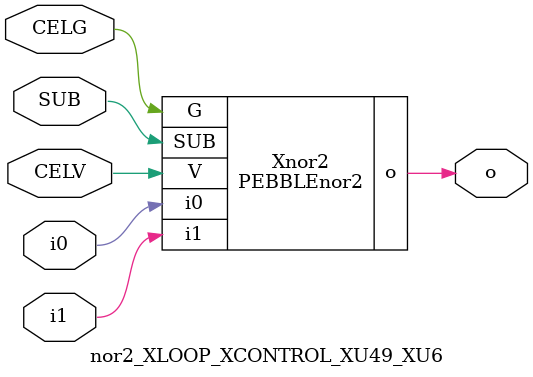
<source format=v>



module PEBBLEnor2 ( o, G, SUB, V, i0, i1 );

  input i0;
  input V;
  input i1;
  input G;
  output o;
  input SUB;
endmodule

//Celera Confidential Do Not Copy nor2_XLOOP_XCONTROL_XU49_XU6
//Celera Confidential Symbol Generator
//nor2
module nor2_XLOOP_XCONTROL_XU49_XU6 (CELV,CELG,i0,i1,o,SUB);
input CELV;
input CELG;
input i0;
input i1;
input SUB;
output o;

//Celera Confidential Do Not Copy nor2
PEBBLEnor2 Xnor2(
.V (CELV),
.i0 (i0),
.i1 (i1),
.o (o),
.SUB (SUB),
.G (CELG)
);
//,diesize,PEBBLEnor2

//Celera Confidential Do Not Copy Module End
//Celera Schematic Generator
endmodule

</source>
